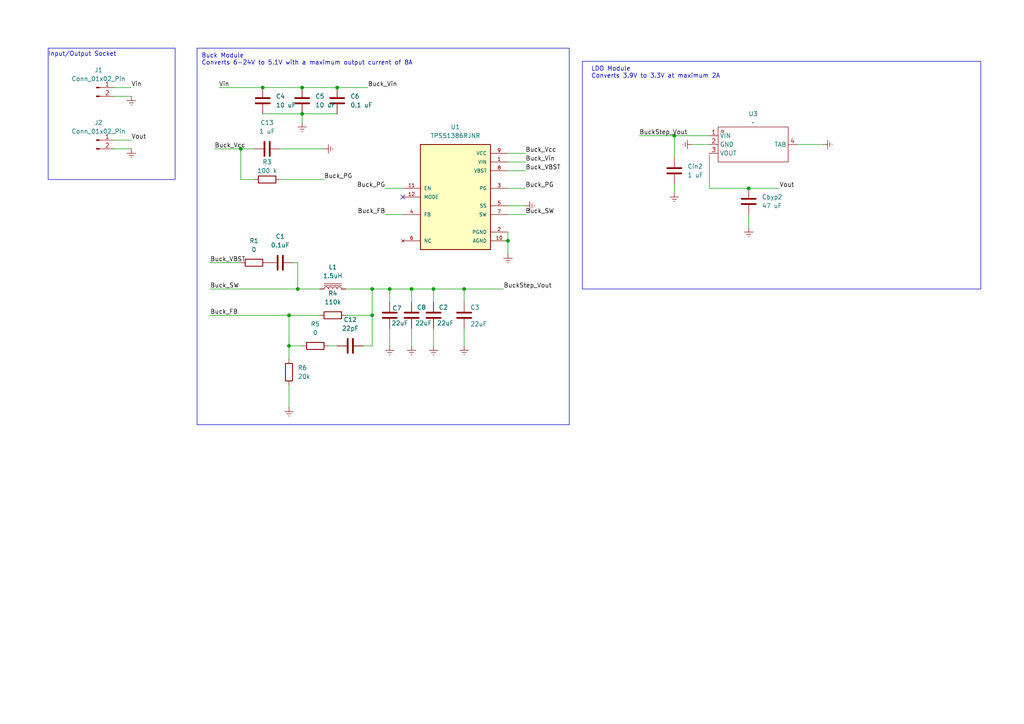
<source format=kicad_sch>
(kicad_sch (version 20231120) (generator "eeschema") (generator_version "8.0")
  (paper "A4")
  (lib_symbols
    (symbol "Connector:Conn_01x02_Pin" (pin_names (offset 1.016) hide)
      (property "Reference" "J" (at 0 2.54 0))
      (property "Value" "Conn_01x02_Pin" (at 0 -5.08 0))
      (symbol "Conn_01x02_Pin_1_1"
        (polyline (pts (xy 1.27 -2.54) (xy 0.8636 -2.54)) (stroke (width 0.1524)))
        (polyline (pts (xy 1.27 0) (xy 0.8636 0)) (stroke (width 0.1524)))
        (rectangle (start 0.8636 -2.413) (end 0 -2.667) (stroke (width 0.1524)) (fill (type outline)))
        (rectangle (start 0.8636 0.127) (end 0 -0.127) (stroke (width 0.1524)) (fill (type outline)))
        (pin passive line (at 5.08 0 180) (length 3.81) (name "Pin_1") (number "1"))
        (pin passive line (at 5.08 -2.54 180) (length 3.81) (name "Pin_2") (number "2"))
      )
    )
    (symbol "Device:C" (pin_numbers hide) (pin_names (offset 0.254))
      (property "Reference" "C" (at 0.635 2.54 0))
      (property "Value" "C" (at 0.635 -2.54 0))
      (symbol "C_0_1"
        (polyline (pts (xy -2.032 -0.762) (xy 2.032 -0.762)) (stroke (width 0.508)))
        (polyline (pts (xy -2.032 0.762) (xy 2.032 0.762)) (stroke (width 0.508)))
      )
      (symbol "C_1_1"
        (pin passive line (at 0 3.81 270) (length 2.794) (name "~") (number "1"))
        (pin passive line (at 0 -3.81 90) (length 2.794) (name "~") (number "2"))
      )
    )
    (symbol "Device:L_Iron" (pin_numbers hide) (pin_names (offset 1.016) hide)
      (property "Reference" "L" (at -1.27 0 90))
      (property "Value" "L_Iron" (at 2.794 0 90))
      (symbol "L_Iron_0_1"
        (arc (start 0 -2.54) (mid 0.6323 -1.905) (end 0 -1.27))
        (arc (start 0 -1.27) (mid 0.6323 -0.635) (end 0 0))
        (polyline (pts (xy 1.016 2.54) (xy 1.016 -2.54)))
        (polyline (pts (xy 1.524 -2.54) (xy 1.524 2.54)))
        (arc (start 0 0) (mid 0.6323 0.635) (end 0 1.27))
        (arc (start 0 1.27) (mid 0.6323 1.905) (end 0 2.54))
      )
      (symbol "L_Iron_1_1"
        (pin passive line (at 0 3.81 270) (length 1.27) (name "1") (number "1"))
        (pin passive line (at 0 -3.81 90) (length 1.27) (name "2") (number "2"))
      )
    )
    (symbol "Device:R" (pin_numbers hide) (pin_names (offset 0))
      (property "Reference" "R" (at 2.032 0 90))
      (property "Value" "R" (at 0 0 90))
      (symbol "R_0_1"
        (rectangle (start -1.016 -2.54) (end 1.016 2.54) (stroke (width 0.254)))
      )
      (symbol "R_1_1"
        (pin passive line (at 0 3.81 270) (length 1.27) (name "~") (number "1"))
        (pin passive line (at 0 -3.81 90) (length 1.27) (name "~") (number "2"))
      )
    )
    (symbol "ProLib_pcs_2025-01-30:LM39300R-3.3"
      (property "Reference" "U" (at 0 0 0))
      (symbol "LM39300R-3.3_1_0"
        (rectangle (start 0 -5.08) (end 20.32 5.08))
        (circle (center 1.27 3.81) (radius 0.381))
        (pin unspecified line (at -2.54 2.54 0) (length 2.54) (name "VIN") (number "1"))
        (pin unspecified line (at -2.54 0 0) (length 2.54) (name "GND") (number "2"))
        (pin unspecified line (at -2.54 -2.54 0) (length 2.54) (name "VOUT") (number "3"))
        (pin unspecified line (at 22.86 0 180) (length 2.54) (name "TAB") (number "4"))
      )
    )
    (symbol "TPS51386RJNR:TPS51386RJNR" (pin_names (offset 1.016))
      (property "Reference" "U" (at -10.16 17.78 0))
      (property "Value" "TPS51386RJNR" (at -10.16 -17.78 0))
      (symbol "TPS51386RJNR_0_0"
        (rectangle (start -10.16 -15.24) (end 10.16 15.24) (stroke (width 0.254)) (fill (type background)))
        (pin power_in line (at 15.24 10.16 180) (length 5.08) (name "VIN") (number "1"))
        (pin power_in line (at 15.24 -12.7 180) (length 5.08) (name "AGND") (number "10"))
        (pin input line (at -15.24 2.54 0) (length 5.08) (name "EN") (number "11"))
        (pin input line (at -15.24 0 0) (length 5.08) (name "MODE") (number "12"))
        (pin power_in line (at 15.24 -10.16 180) (length 5.08) (name "PGND") (number "2"))
        (pin output line (at 15.24 2.54 180) (length 5.08) (name "PG") (number "3"))
        (pin input line (at -15.24 -5.08 0) (length 5.08) (name "FB") (number "4"))
        (pin output line (at 15.24 -2.54 180) (length 5.08) (name "SS") (number "5"))
        (pin no_connect line (at -15.24 -12.7 0) (length 5.08) (name "NC") (number "6"))
        (pin output line (at 15.24 -5.08 180) (length 5.08) (name "SW") (number "7"))
        (pin power_in line (at 15.24 7.62 180) (length 5.08) (name "VBST") (number "8"))
        (pin power_in line (at 15.24 12.7 180) (length 5.08) (name "VCC") (number "9"))
      )
    )
    (symbol "power:Earth" (power) (pin_names (offset 0))
      (symbol "Earth_0_1"
        (polyline (pts (xy -0.635 -1.905) (xy 0.635 -1.905)))
        (polyline (pts (xy -0.127 -2.54) (xy 0.127 -2.54)))
        (polyline (pts (xy 0 -1.27) (xy 0 0)))
        (polyline (pts (xy 1.27 -1.27) (xy -1.27 -1.27)))
      )
      (symbol "Earth_1_1"
        (pin power_in line (at 0 0 270) (length 0) hide (name "Earth") (number "1"))
      )
    )
  )
  (junction (at 119.38 83.82))
  (junction (at 97.79 25.4))
  (junction (at 134.62 83.82))
  (junction (at 87.63 25.4))
  (junction (at 195.58 39.37))
  (junction (at 76.2 25.4))
  (junction (at 125.73 83.82))
  (junction (at 147.32 69.85))
  (junction (at 86.36 83.82))
  (junction (at 107.95 83.82))
  (junction (at 87.63 33.02))
  (junction (at 217.17 54.61))
  (junction (at 107.95 91.44))
  (junction (at 83.82 91.44))
  (junction (at 113.03 83.82))
  (junction (at 69.85 43.18))
  (junction (at 83.82 100.33))
  (no_connect (at 116.84 57.15))
  (wire (pts (xy 107.95 83.82) (xy 113.03 83.82)))
  (wire (pts (xy 119.38 83.82) (xy 125.73 83.82)))
  (wire (pts (xy 62.23 43.18) (xy 69.85 43.18)))
  (wire (pts (xy 83.82 91.44) (xy 83.82 100.33)))
  (wire (pts (xy 195.58 39.37) (xy 205.74 39.37)))
  (wire (pts (xy 33.02 43.18) (xy 38.1 43.18)))
  (wire (pts (xy 100.33 83.82) (xy 107.95 83.82)))
  (wire (pts (xy 231.14 41.91) (xy 238.76 41.91)))
  (wire (pts (xy 217.17 62.23) (xy 217.17 66.04)))
  (wire (pts (xy 147.32 69.85) (xy 147.32 73.66)))
  (wire (pts (xy 83.82 100.33) (xy 83.82 104.14)))
  (wire (pts (xy 217.17 54.61) (xy 226.06 54.61)))
  (wire (pts (xy 95.25 100.33) (xy 97.79 100.33)))
  (wire (pts (xy 147.32 44.45) (xy 152.4 44.45)))
  (wire (pts (xy 195.58 53.34) (xy 195.58 55.88)))
  (wire (pts (xy 87.63 25.4) (xy 97.79 25.4)))
  (wire (pts (xy 116.84 54.61) (xy 111.76 54.61)))
  (wire (pts (xy 86.36 83.82) (xy 92.71 83.82)))
  (wire (pts (xy 76.2 25.4) (xy 87.63 25.4)))
  (wire (pts (xy 33.02 25.4) (xy 38.1 25.4)))
  (wire (pts (xy 69.85 43.18) (xy 73.66 43.18)))
  (wire (pts (xy 113.03 83.82) (xy 119.38 83.82)))
  (wire (pts (xy 185.42 39.37) (xy 195.58 39.37)))
  (wire (pts (xy 73.66 52.07) (xy 69.85 52.07)))
  (wire (pts (xy 205.74 54.61) (xy 217.17 54.61)))
  (wire (pts (xy 83.82 111.76) (xy 83.82 118.11)))
  (wire (pts (xy 147.32 46.99) (xy 152.4 46.99)))
  (wire (pts (xy 205.74 44.45) (xy 205.74 54.61)))
  (wire (pts (xy 107.95 100.33) (xy 105.41 100.33)))
  (wire (pts (xy 119.38 95.25) (xy 119.38 100.33)))
  (wire (pts (xy 125.73 83.82) (xy 134.62 83.82)))
  (wire (pts (xy 86.36 83.82) (xy 60.96 83.82)))
  (wire (pts (xy 200.66 41.91) (xy 205.74 41.91)))
  (wire (pts (xy 147.32 59.69) (xy 152.4 59.69)))
  (wire (pts (xy 81.28 52.07) (xy 93.98 52.07)))
  (wire (pts (xy 195.58 39.37) (xy 195.58 45.72)))
  (wire (pts (xy 111.76 62.23) (xy 116.84 62.23)))
  (wire (pts (xy 86.36 76.2) (xy 86.36 83.82)))
  (wire (pts (xy 107.95 83.82) (xy 107.95 91.44)))
  (wire (pts (xy 125.73 95.25) (xy 125.73 100.33)))
  (wire (pts (xy 113.03 83.82) (xy 113.03 87.63)))
  (wire (pts (xy 69.85 52.07) (xy 69.85 43.18)))
  (wire (pts (xy 147.32 67.31) (xy 147.32 69.85)))
  (wire (pts (xy 113.03 95.25) (xy 113.03 100.33)))
  (wire (pts (xy 81.28 43.18) (xy 93.98 43.18)))
  (wire (pts (xy 60.96 76.2) (xy 69.85 76.2)))
  (wire (pts (xy 76.2 33.02) (xy 87.63 33.02)))
  (wire (pts (xy 107.95 91.44) (xy 100.33 91.44)))
  (wire (pts (xy 147.32 62.23) (xy 152.4 62.23)))
  (wire (pts (xy 97.79 25.4) (xy 106.68 25.4)))
  (wire (pts (xy 134.62 83.82) (xy 134.62 87.63)))
  (wire (pts (xy 63.5 25.4) (xy 76.2 25.4)))
  (wire (pts (xy 33.02 40.64) (xy 38.1 40.64)))
  (wire (pts (xy 87.63 33.02) (xy 97.79 33.02)))
  (wire (pts (xy 107.95 91.44) (xy 107.95 100.33)))
  (wire (pts (xy 134.62 83.82) (xy 146.05 83.82)))
  (wire (pts (xy 60.96 91.44) (xy 83.82 91.44)))
  (wire (pts (xy 33.02 27.94) (xy 38.1 27.94)))
  (wire (pts (xy 85.09 76.2) (xy 86.36 76.2)))
  (wire (pts (xy 134.62 95.25) (xy 134.62 100.33)))
  (wire (pts (xy 147.32 49.53) (xy 152.4 49.53)))
  (wire (pts (xy 83.82 91.44) (xy 92.71 91.44)))
  (wire (pts (xy 87.63 33.02) (xy 87.63 35.56)))
  (wire (pts (xy 125.73 83.82) (xy 125.73 87.63)))
  (wire (pts (xy 83.82 100.33) (xy 87.63 100.33)))
  (wire (pts (xy 147.32 54.61) (xy 152.4 54.61)))
  (wire (pts (xy 119.38 83.82) (xy 119.38 87.63)))
  (rectangle (start 168.91 17.78) (end 284.48 83.82))
  (rectangle (start 57.15 13.97) (end 165.1 123.19))
  (rectangle (start 13.97 13.97) (end 50.8 52.07))
  (text "Buck Module\nConverts 6-24V to 5.1V with a maximum output current of 8A" (at 58.42 19.05 0) (effects (font (size 1.27 1.27)) (justify left bottom)))
  (text "Input/Output Socket" (at 13.97 16.51 0) (effects (font (size 1.27 1.27)) (justify left bottom)))
  (text "LDO Module\nConverts 3.9V to 3.3V at maximum 2A" (at 171.45 22.86 0) (effects (font (size 1.27 1.27)) (justify left bottom)))
  (label "Buck_Vcc" (at 62.23 43.18 0))
  (label "Buck_Vin" (at 152.4 46.99 0))
  (label "Buck_PG" (at 93.98 52.07 0))
  (label "Buck_VBST" (at 152.4 49.53 0))
  (label "Buck_SW" (at 60.96 83.82 0))
  (label "Buck_SW" (at 152.4 62.23 0))
  (label "Buck_VBST" (at 60.96 76.2 0))
  (label "BuckStep_Vout" (at 146.05 83.82 0))
  (label "BuckStep_Vout" (at 185.42 39.37 0))
  (label "Vout" (at 226.06 54.61 0))
  (label "Buck_PG" (at 152.4 54.61 0))
  (label "Buck_Vcc" (at 152.4 44.45 0))
  (label "Vout" (at 38.1 40.64 0))
  (label "Buck_FB" (at 60.96 91.44 0))
  (label "Buck_PG" (at 111.76 54.61 180))
  (label "Buck_Vin" (at 106.68 25.4 0))
  (label "Vin" (at 38.1 25.4 0))
  (label "Buck_FB" (at 111.76 62.23 180))
  (label "Vin" (at 63.5 25.4 0))
  (symbol (lib_id "Device:C") (at 77.47 43.18 90) (unit 1)
    (property "Reference" "C13" (at 77.47 35.56 90))
    (property "Value" "1 uF" (at 77.47 38.1 90))
    (property "Footprint" "Capacitor_SMD:C_0603_1608Metric" (effects (hide yes)))
  )
  (symbol (lib_id "power:Earth") (at 195.58 55.88 0) (unit 1)
    (property "Reference" "#PWR013" (effects (hide yes)))
    (property "Value" "Earth" (effects (hide yes)))
  )
  (symbol (lib_id "Device:R") (at 91.44 100.33 90) (unit 1)
    (property "Reference" "R5" (at 91.44 93.98 90))
    (property "Value" "0" (at 91.44 96.52 90))
    (property "Footprint" "Resistor_SMD:R_0603_1608Metric" (effects (hide yes)))
  )
  (symbol (lib_id "Device:C") (at 87.63 29.21 0) (unit 1)
    (property "Reference" "C5" (at 91.44 27.94 0) (effects (justify left)))
    (property "Value" "10 uF" (at 91.44 30.48 0) (effects (justify left)))
    (property "Footprint" "Capacitor_SMD:C_1206_3216Metric" (effects (hide yes)))
  )
  (symbol (lib_id "Connector:Conn_01x02_Pin") (at 27.94 25.4 0) (unit 1)
    (property "Reference" "J1" (at 28.575 20.32 0))
    (property "Value" "Conn_01x02_Pin" (at 28.575 22.86 0))
    (property "Footprint" "5EHDVC-02P-KiCad:5EHDVC02P" (effects (hide yes)))
  )
  (symbol (lib_id "power:Earth") (at 87.63 35.56 0) (unit 1)
    (property "Reference" "#PWR03" (effects (hide yes)))
    (property "Value" "Earth" (effects (hide yes)))
  )
  (symbol (lib_id "power:Earth") (at 147.32 73.66 0) (unit 1)
    (property "Reference" "#PWR05" (effects (hide yes)))
    (property "Value" "Earth" (effects (hide yes)))
  )
  (symbol (lib_id "Device:R") (at 83.82 107.95 180) (unit 1)
    (property "Reference" "R6" (at 86.36 106.68 0) (effects (justify right)))
    (property "Value" "20k" (at 86.36 109.22 0) (effects (justify right)))
    (property "Footprint" "Resistor_SMD:R_0603_1608Metric" (effects (hide yes)))
  )
  (symbol (lib_id "Device:C") (at 101.6 100.33 90) (unit 1)
    (property "Reference" "C12" (at 101.6 92.71 90))
    (property "Value" "22pF" (at 101.6 95.25 90))
    (property "Footprint" "Capacitor_SMD:C_1210_3225Metric" (effects (hide yes)))
  )
  (symbol (lib_id "ProLib_pcs_2025-01-30:LM39300R-3.3") (at 208.28 41.91 0) (unit 1)
    (property "Reference" "U3" (at 218.44 33.02 0))
    (property "Value" "~" (at 218.44 35.56 0))
    (property "Footprint" "Package_TO_SOT_SMD:TO-263-3_TabPin2" (effects (hide yes)))
    (property "Datasheet" "https://atta.szlcsc.com/upload/public/pdf/source/20180803/C262534_08A27FEFAF33BE391C42286BA822D5C0.pdf" (effects (hide yes)))
    (property "Description" "Output Type:Fixed Maximum Input Voltage:20V Output Voltage:3.3V Output Voltage:3.3V Output Current:3A Power Supply Rejection Ratio (PSRR):- Feature:Thermal Protection(TSD)；Overcurrent Protection(OCP)；With ability Operating Temperature:-40°C~+125°C@(Tj) Oper" (effects (hide yes)))
    (property "Manufacturer Part" "LM39300R-3.3" (effects (hide yes)))
    (property "Manufacturer" "HTC" (effects (hide yes)))
    (property "Supplier Part" "C262534" (effects (hide yes)))
    (property "Supplier" "LCSC" (effects (hide yes)))
    (property "LCSC Part Name" "LM39300R-3.3" (effects (hide yes)))
  )
  (symbol (lib_id "power:Earth") (at 119.38 100.33 0) (unit 1)
    (property "Reference" "#PWR011" (effects (hide yes)))
    (property "Value" "Earth" (effects (hide yes)))
  )
  (symbol (lib_id "Device:C") (at 119.38 91.44 0) (unit 1)
    (property "Reference" "C8" (at 120.904 89.154 0) (effects (justify left)))
    (property "Value" "22uF" (at 120.396 93.726 0) (effects (justify left)))
    (property "Footprint" "Capacitor_SMD:C_1210_3225Metric" (effects (hide yes)))
  )
  (symbol (lib_id "Device:R") (at 96.52 91.44 90) (unit 1)
    (property "Reference" "R4" (at 96.52 85.09 90))
    (property "Value" "110k" (at 96.52 87.63 90))
    (property "Footprint" "Resistor_SMD:R_0603_1608Metric" (effects (hide yes)))
  )
  (symbol (lib_id "power:Earth") (at 38.1 27.94 0) (unit 1)
    (property "Reference" "#PWR01" (effects (hide yes)))
    (property "Value" "Earth" (effects (hide yes)))
  )
  (symbol (lib_id "power:Earth") (at 217.17 66.04 0) (unit 1)
    (property "Reference" "#PWR016" (effects (hide yes)))
    (property "Value" "Earth" (effects (hide yes)))
  )
  (symbol (lib_id "TPS51386RJNR:TPS51386RJNR") (at 132.08 57.15 0) (unit 1)
    (property "Reference" "U1" (at 132.08 36.83 0))
    (property "Value" "TPS51386RJNR" (at 132.08 39.37 0))
    (property "Footprint" "TPS51386RJNR:VREG_TPS51386RJNR" (effects (hide yes)))
    (property "Description" "4.5-V to 24-V input, 8-A synchronous buck converter " (effects (hide yes)))
    (property "MF" "Texas Instruments" (effects (hide yes)))
    (property "MAXIMUM_PACKAGE_HEIGHT" "1.00mm" (effects (hide yes)))
    (property "Package" "PowerVFQFN-12 Texas Instruments" (effects (hide yes)))
    (property "Price" "None" (effects (hide yes)))
    (property "Check_prices" "https://www.snapeda.com/parts/TPS51386RJNR/Texas+Instruments/view-part/?ref=eda" (effects (hide yes)))
    (property "STANDARD" "Manufacturer Recommendations" (effects (hide yes)))
    (property "PARTREV" "*" (effects (hide yes)))
    (property "SnapEDA_Link" "https://www.snapeda.com/parts/TPS51386RJNR/Texas+Instruments/view-part/?ref=snap" (effects (hide yes)))
    (property "MP" "TPS51386RJNR" (effects (hide yes)))
    (property "Availability" "In Stock" (effects (hide yes)))
    (property "MANUFACTURER" "Texas Instruments" (effects (hide yes)))
  )
  (symbol (lib_id "Device:C") (at 97.79 29.21 0) (unit 1)
    (property "Reference" "C6" (at 101.6 27.94 0) (effects (justify left)))
    (property "Value" "0.1 uF" (at 101.6 30.48 0) (effects (justify left)))
    (property "Footprint" "Capacitor_SMD:C_0603_1608Metric" (effects (hide yes)))
  )
  (symbol (lib_id "Connector:Conn_01x02_Pin") (at 27.94 40.64 0) (unit 1)
    (property "Reference" "J2" (at 28.575 35.56 0))
    (property "Value" "Conn_01x02_Pin" (at 28.575 38.1 0))
    (property "Footprint" "5EHDVC-02P-KiCad:5EHDVC02P" (effects (hide yes)))
  )
  (symbol (lib_id "power:Earth") (at 93.98 43.18 90) (unit 1)
    (property "Reference" "#PWR04" (effects (hide yes)))
    (property "Value" "Earth" (effects (hide yes)))
  )
  (symbol (lib_id "power:Earth") (at 38.1 43.18 0) (unit 1)
    (property "Reference" "#PWR02" (effects (hide yes)))
    (property "Value" "Earth" (effects (hide yes)))
  )
  (symbol (lib_id "Device:C") (at 76.2 29.21 0) (unit 1)
    (property "Reference" "C4" (at 80.01 27.94 0) (effects (justify left)))
    (property "Value" "10 uF" (at 80.01 30.48 0) (effects (justify left)))
    (property "Footprint" "Capacitor_SMD:C_1206_3216Metric" (effects (hide yes)))
  )
  (symbol (lib_id "Device:L_Iron") (at 96.52 83.82 90) (unit 1)
    (property "Reference" "L1" (at 96.52 77.47 90))
    (property "Value" "1.5uH" (at 96.52 80.01 90))
    (property "Footprint" "Inductor_SMD:L_1210_3225Metric" (effects (hide yes)))
  )
  (symbol (lib_id "power:Earth") (at 83.82 118.11 0) (unit 1)
    (property "Reference" "#PWR06" (effects (hide yes)))
    (property "Value" "Earth" (effects (hide yes)))
  )
  (symbol (lib_id "Device:C") (at 113.03 91.44 0) (unit 1)
    (property "Reference" "C7" (at 113.792 89.408 0) (effects (justify left)))
    (property "Value" "22uF" (at 113.538 93.726 0) (effects (justify left)))
    (property "Footprint" "Capacitor_SMD:C_1210_3225Metric" (effects (hide yes)))
  )
  (symbol (lib_id "Device:C") (at 134.62 91.44 0) (unit 1)
    (property "Reference" "C3" (at 136.398 89.154 0) (effects (justify left)))
    (property "Value" "22uF" (at 136.398 93.98 0) (effects (justify left)))
    (property "Footprint" "Capacitor_SMD:C_1210_3225Metric" (effects (hide yes)))
  )
  (symbol (lib_id "power:Earth") (at 238.76 41.91 90) (unit 1)
    (property "Reference" "#PWR015" (effects (hide yes)))
    (property "Value" "Earth" (effects (hide yes)))
  )
  (symbol (lib_id "power:Earth") (at 134.62 100.33 0) (unit 1)
    (property "Reference" "#PWR09" (effects (hide yes)))
    (property "Value" "Earth" (effects (hide yes)))
  )
  (symbol (lib_id "Device:C") (at 125.73 91.44 0) (unit 1)
    (property "Reference" "C2" (at 127.254 89.154 0) (effects (justify left)))
    (property "Value" "22uF" (at 126.746 93.726 0) (effects (justify left)))
    (property "Footprint" "Capacitor_SMD:C_1210_3225Metric" (effects (hide yes)))
  )
  (symbol (lib_id "power:Earth") (at 152.4 59.69 90) (unit 1)
    (property "Reference" "#PWR08" (effects (hide yes)))
    (property "Value" "Earth" (effects (hide yes)))
  )
  (symbol (lib_id "Device:C") (at 81.28 76.2 90) (unit 1)
    (property "Reference" "C1" (at 81.28 68.58 90))
    (property "Value" "0.1uF" (at 81.28 71.12 90))
    (property "Footprint" "Capacitor_SMD:C_0603_1608Metric" (effects (hide yes)))
  )
  (symbol (lib_id "Device:C") (at 217.17 58.42 0) (unit 1)
    (property "Reference" "Cbyp2" (at 220.98 57.15 0) (effects (justify left)))
    (property "Value" "47 uF" (at 220.98 59.69 0) (effects (justify left)))
    (property "Footprint" "Capacitor_SMD:C_1206_3216Metric" (effects (hide yes)))
  )
  (symbol (lib_id "power:Earth") (at 125.73 100.33 0) (unit 1)
    (property "Reference" "#PWR07" (effects (hide yes)))
    (property "Value" "Earth" (effects (hide yes)))
  )
  (symbol (lib_id "Device:C") (at 195.58 49.53 0) (unit 1)
    (property "Reference" "Cin2" (at 199.39 48.26 0) (effects (justify left)))
    (property "Value" "1 uF" (at 199.39 50.8 0) (effects (justify left)))
    (property "Footprint" "Capacitor_SMD:C_0603_1608Metric" (effects (hide yes)))
  )
  (symbol (lib_id "Device:R") (at 73.66 76.2 90) (unit 1)
    (property "Reference" "R1" (at 73.66 69.85 90))
    (property "Value" "0" (at 73.66 72.39 90))
    (property "Footprint" "Resistor_SMD:R_0603_1608Metric" (effects (hide yes)))
  )
  (symbol (lib_id "power:Earth") (at 113.03 100.33 0) (unit 1)
    (property "Reference" "#PWR010" (effects (hide yes)))
    (property "Value" "Earth" (effects (hide yes)))
  )
  (symbol (lib_id "power:Earth") (at 200.66 41.91 270) (unit 1)
    (property "Reference" "#PWR014" (effects (hide yes)))
    (property "Value" "Earth" (effects (hide yes)))
  )
  (symbol (lib_id "Device:R") (at 77.47 52.07 90) (unit 1)
    (property "Reference" "R3" (at 77.47 46.99 90))
    (property "Value" "100 k" (at 77.47 49.53 90))
    (property "Footprint" "Resistor_SMD:R_0603_1608Metric" (effects (hide yes)))
  )
)
</source>
